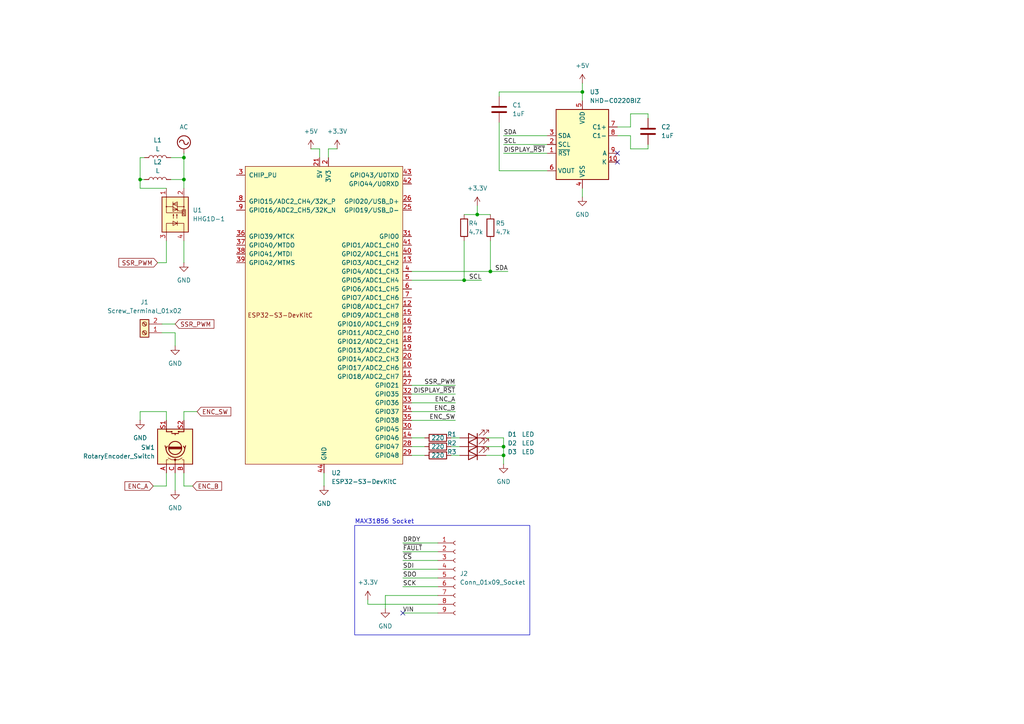
<source format=kicad_sch>
(kicad_sch (version 20250114) (generator "eeschema") (generator_version "9.0")
  (paper "A4")
  (lib_symbols
    (symbol "Connector:Conn_01x09_Socket" (pin_names (offset 1.016) (hide yes))
      (property "Reference" "J" (at 0 12.7 0))
      (property "Value" "Conn_01x09_Socket" (at 0 -12.7 0))
      (symbol "Conn_01x09_Socket_1_1"
        (polyline (pts (xy -1.27 10.16) (xy -0.508 10.16)) (stroke (width 0.1524)))
        (polyline (pts (xy -1.27 7.62) (xy -0.508 7.62)) (stroke (width 0.1524)))
        (polyline (pts (xy -1.27 5.08) (xy -0.508 5.08)) (stroke (width 0.1524)))
        (polyline (pts (xy -1.27 2.54) (xy -0.508 2.54)) (stroke (width 0.1524)))
        (polyline (pts (xy -1.27 0) (xy -0.508 0)) (stroke (width 0.1524)))
        (polyline (pts (xy -1.27 -2.54) (xy -0.508 -2.54)) (stroke (width 0.1524)))
        (polyline (pts (xy -1.27 -5.08) (xy -0.508 -5.08)) (stroke (width 0.1524)))
        (polyline (pts (xy -1.27 -7.62) (xy -0.508 -7.62)) (stroke (width 0.1524)))
        (polyline (pts (xy -1.27 -10.16) (xy -0.508 -10.16)) (stroke (width 0.1524)))
        (arc (start 0 9.652) (mid -0.5058 10.16) (end 0 10.668) (stroke (width 0.1524)))
        (arc (start 0 7.112) (mid -0.5058 7.62) (end 0 8.128) (stroke (width 0.1524)))
        (arc (start 0 4.572) (mid -0.5058 5.08) (end 0 5.588) (stroke (width 0.1524)))
        (arc (start 0 2.032) (mid -0.5058 2.54) (end 0 3.048) (stroke (width 0.1524)))
        (arc (start 0 -0.508) (mid -0.5058 0) (end 0 0.508) (stroke (width 0.1524)))
        (arc (start 0 -3.048) (mid -0.5058 -2.54) (end 0 -2.032) (stroke (width 0.1524)))
        (arc (start 0 -5.588) (mid -0.5058 -5.08) (end 0 -4.572) (stroke (width 0.1524)))
        (arc (start 0 -8.128) (mid -0.5058 -7.62) (end 0 -7.112) (stroke (width 0.1524)))
        (arc (start 0 -10.668) (mid -0.5058 -10.16) (end 0 -9.652) (stroke (width 0.1524)))
        (pin passive line (at -5.08 10.16 0) (length 3.81) (name "Pin_1") (number "1"))
        (pin passive line (at -5.08 7.62 0) (length 3.81) (name "Pin_2") (number "2"))
        (pin passive line (at -5.08 5.08 0) (length 3.81) (name "Pin_3") (number "3"))
        (pin passive line (at -5.08 2.54 0) (length 3.81) (name "Pin_4") (number "4"))
        (pin passive line (at -5.08 0 0) (length 3.81) (name "Pin_5") (number "5"))
        (pin passive line (at -5.08 -2.54 0) (length 3.81) (name "Pin_6") (number "6"))
        (pin passive line (at -5.08 -5.08 0) (length 3.81) (name "Pin_7") (number "7"))
        (pin passive line (at -5.08 -7.62 0) (length 3.81) (name "Pin_8") (number "8"))
        (pin passive line (at -5.08 -10.16 0) (length 3.81) (name "Pin_9") (number "9"))
      )
    )
    (symbol "Connector:Screw_Terminal_01x02" (pin_names (offset 1.016) (hide yes))
      (property "Reference" "J" (at 0 2.54 0))
      (property "Value" "Screw_Terminal_01x02" (at 0 -5.08 0))
      (symbol "Screw_Terminal_01x02_1_1"
        (rectangle (start -1.27 1.27) (end 1.27 -3.81) (stroke (width 0.254)) (fill (type background)))
        (polyline (pts (xy -0.5334 0.3302) (xy 0.3302 -0.508)) (stroke (width 0.1524)))
        (polyline (pts (xy -0.5334 -2.2098) (xy 0.3302 -3.048)) (stroke (width 0.1524)))
        (polyline (pts (xy -0.3556 0.508) (xy 0.508 -0.3302)) (stroke (width 0.1524)))
        (polyline (pts (xy -0.3556 -2.032) (xy 0.508 -2.8702)) (stroke (width 0.1524)))
        (circle (center 0 0) (radius 0.635) (stroke (width 0.1524)))
        (circle (center 0 -2.54) (radius 0.635) (stroke (width 0.1524)))
        (pin passive line (at -5.08 0 0) (length 3.81) (name "Pin_1") (number "1"))
        (pin passive line (at -5.08 -2.54 0) (length 3.81) (name "Pin_2") (number "2"))
      )
    )
    (symbol "Device:C" (pin_numbers (hide yes)) (pin_names (offset 0.254))
      (property "Reference" "C" (at 0.635 2.54 0))
      (property "Value" "C" (at 0.635 -2.54 0))
      (symbol "C_0_1"
        (polyline (pts (xy -2.032 0.762) (xy 2.032 0.762)) (stroke (width 0.508)))
        (polyline (pts (xy -2.032 -0.762) (xy 2.032 -0.762)) (stroke (width 0.508)))
      )
      (symbol "C_1_1"
        (pin passive line (at 0 3.81 270) (length 2.794) (name "~") (number "1"))
        (pin passive line (at 0 -3.81 90) (length 2.794) (name "~") (number "2"))
      )
    )
    (symbol "Device:L" (pin_numbers (hide yes)) (pin_names (offset 1.016) (hide yes))
      (property "Reference" "L" (at -1.27 0 90))
      (property "Value" "L" (at 1.905 0 90))
      (symbol "L_0_1"
        (arc (start 0 2.54) (mid 0.6323 1.905) (end 0 1.27))
        (arc (start 0 1.27) (mid 0.6323 0.635) (end 0 0))
        (arc (start 0 0) (mid 0.6323 -0.635) (end 0 -1.27))
        (arc (start 0 -1.27) (mid 0.6323 -1.905) (end 0 -2.54))
      )
      (symbol "L_1_1"
        (pin passive line (at 0 3.81 270) (length 1.27) (name "1") (number "1"))
        (pin passive line (at 0 -3.81 90) (length 1.27) (name "2") (number "2"))
      )
    )
    (symbol "Device:LED" (pin_numbers (hide yes)) (pin_names (offset 1.016) (hide yes))
      (property "Reference" "D" (at 0 2.54 0))
      (property "Value" "LED" (at 0 -2.54 0))
      (symbol "LED_0_1"
        (polyline (pts (xy -3.048 -0.762) (xy -4.572 -2.286) (xy -3.81 -2.286) (xy -4.572 -2.286) (xy -4.572 -1.524)))
        (polyline (pts (xy -1.778 -0.762) (xy -3.302 -2.286) (xy -2.54 -2.286) (xy -3.302 -2.286) (xy -3.302 -1.524)))
        (polyline (pts (xy -1.27 0) (xy 1.27 0)))
        (polyline (pts (xy -1.27 -1.27) (xy -1.27 1.27)) (stroke (width 0.254)))
        (polyline (pts (xy 1.27 -1.27) (xy 1.27 1.27) (xy -1.27 0) (xy 1.27 -1.27)) (stroke (width 0.254)))
      )
      (symbol "LED_1_1"
        (pin passive line (at -3.81 0 0) (length 2.54) (name "K") (number "1"))
        (pin passive line (at 3.81 0 180) (length 2.54) (name "A") (number "2"))
      )
    )
    (symbol "Device:R" (pin_numbers (hide yes)) (pin_names (offset 0))
      (property "Reference" "R" (at 2.032 0 90))
      (property "Value" "R" (at 0 0 90))
      (symbol "R_0_1"
        (rectangle (start -1.016 -2.54) (end 1.016 2.54) (stroke (width 0.254)))
      )
      (symbol "R_1_1"
        (pin passive line (at 0 3.81 270) (length 1.27) (name "~") (number "1"))
        (pin passive line (at 0 -3.81 90) (length 1.27) (name "~") (number "2"))
      )
    )
    (symbol "Device:RotaryEncoder_Switch" (pin_names (offset 0.254) (hide yes))
      (property "Reference" "SW" (at 0 6.604 0))
      (property "Value" "RotaryEncoder_Switch" (at 0 -6.604 0))
      (symbol "RotaryEncoder_Switch_0_1"
        (rectangle (start -5.08 5.08) (end 5.08 -5.08) (stroke (width 0.254)) (fill (type background)))
        (polyline (pts (xy -5.08 2.54) (xy -3.81 2.54) (xy -3.81 2.032)))
        (polyline (pts (xy -5.08 0) (xy -3.81 0) (xy -3.81 -1.016) (xy -3.302 -2.032)))
        (polyline (pts (xy -5.08 -2.54) (xy -3.81 -2.54) (xy -3.81 -2.032)))
        (polyline (pts (xy -4.318 0) (xy -3.81 0) (xy -3.81 1.016) (xy -3.302 2.032)))
        (circle (center -3.81 0) (radius 0.254) (fill (type outline)))
        (polyline (pts (xy -0.635 -1.778) (xy -0.635 1.778)) (stroke (width 0.254)))
        (circle (center -0.381 0) (radius 1.905) (stroke (width 0.254)))
        (polyline (pts (xy -0.381 -1.778) (xy -0.381 1.778)) (stroke (width 0.254)))
        (arc (start -0.381 -2.794) (mid -3.0988 -0.0635) (end -0.381 2.667) (stroke (width 0.254)))
        (polyline (pts (xy -0.127 1.778) (xy -0.127 -1.778)) (stroke (width 0.254)))
        (polyline (pts (xy 0.254 2.921) (xy -0.508 2.667) (xy 0.127 2.286)) (stroke (width 0.254)))
        (polyline (pts (xy 0.254 -3.048) (xy -0.508 -2.794) (xy 0.127 -2.413)) (stroke (width 0.254)))
        (polyline (pts (xy 3.81 1.016) (xy 3.81 -1.016)) (stroke (width 0.254)))
        (polyline (pts (xy 3.81 0) (xy 3.429 0)) (stroke (width 0.254)))
        (circle (center 4.318 1.016) (radius 0.127) (stroke (width 0.254)))
        (circle (center 4.318 -1.016) (radius 0.127) (stroke (width 0.254)))
        (polyline (pts (xy 5.08 2.54) (xy 4.318 2.54) (xy 4.318 1.016)) (stroke (width 0.254)))
        (polyline (pts (xy 5.08 -2.54) (xy 4.318 -2.54) (xy 4.318 -1.016)) (stroke (width 0.254)))
      )
      (symbol "RotaryEncoder_Switch_1_1"
        (pin passive line (at -7.62 2.54 0) (length 2.54) (name "A") (number "A"))
        (pin passive line (at -7.62 0 0) (length 2.54) (name "C") (number "C"))
        (pin passive line (at -7.62 -2.54 0) (length 2.54) (name "B") (number "B"))
        (pin passive line (at 7.62 2.54 180) (length 2.54) (name "S1") (number "S1"))
        (pin passive line (at 7.62 -2.54 180) (length 2.54) (name "S2") (number "S2"))
      )
    )
    (symbol "Display_Character:NHD-C0220BIZ"
      (property "Reference" "U" (at -6.35 11.43 0))
      (property "Value" "NHD-C0220BIZ" (at 8.89 11.43 0))
      (symbol "NHD-C0220BIZ_0_1"
        (rectangle (start -7.62 10.16) (end 7.62 -10.16) (stroke (width 0.254)) (fill (type background)))
      )
      (symbol "NHD-C0220BIZ_1_1"
        (pin bidirectional line (at -10.16 2.54 0) (length 2.54) (name "SDA") (number "3"))
        (pin input line (at -10.16 0 0) (length 2.54) (name "SCL") (number "2"))
        (pin input line (at -10.16 -2.54 0) (length 2.54) (name "~{RST}") (number "1"))
        (pin passive line (at -10.16 -7.62 0) (length 2.54) (name "VOUT") (number "6"))
        (pin power_in line (at 0 12.7 270) (length 2.54) (name "VDD") (number "5"))
        (pin power_in line (at 0 -12.7 90) (length 2.54) (name "VSS") (number "4"))
        (pin passive line (at 10.16 5.08 180) (length 2.54) (name "C1+") (number "7"))
        (pin passive line (at 10.16 2.54 180) (length 2.54) (name "C1-") (number "8"))
        (pin passive line (at 10.16 -2.54 180) (length 2.54) (name "A") (number "9"))
        (pin passive line (at 10.16 -5.08 180) (length 2.54) (name "K") (number "10"))
      )
    )
    (symbol "PCM_Espressif:ESP32-S3-DevKitC" (pin_names (offset 1.016))
      (property "Reference" "U" (at -22.86 48.26 0))
      (property "Value" "ESP32-S3-DevKitC" (at -22.86 45.72 0))
      (symbol "ESP32-S3-DevKitC_0_0"
        (text "ESP32-S3-DevKitC" (at -12.7 0 0) (effects (font (size 1.27 1.27))))
        (pin bidirectional line (at -25.4 15.24 0) (length 2.54) (name "GPIO42/MTMS") (number "39"))
        (pin power_in line (at 0 -45.72 90) (length 2.54) (name "GND") (number "44"))
        (pin bidirectional line (at 25.4 40.64 180) (length 2.54) (name "GPIO43/U0TXD") (number "43"))
        (pin bidirectional line (at 25.4 38.1 180) (length 2.54) (name "GPIO44/U0RXD") (number "42"))
        (pin bidirectional line (at 25.4 20.32 180) (length 2.54) (name "GPIO1/ADC1_CH0") (number "41"))
        (pin bidirectional line (at 25.4 17.78 180) (length 2.54) (name "GPIO2/ADC1_CH1") (number "40"))
        (pin bidirectional line (at 25.4 -10.16 180) (length 2.54) (name "GPIO13/ADC2_CH2") (number "19"))
        (pin bidirectional line (at 25.4 -35.56 180) (length 2.54) (name "GPIO46") (number "14"))
      )
      (symbol "ESP32-S3-DevKitC_0_1"
        (rectangle (start -22.86 43.18) (end 22.86 -43.18) (fill (type background)))
        (pin power_in line (at 1.27 45.72 270) (length 2.54) (name "3V3") (number "2"))
      )
      (symbol "ESP32-S3-DevKitC_1_1"
        (pin input line (at -25.4 40.64 0) (length 2.54) (name "CHIP_PU") (number "3"))
        (pin bidirectional line (at -25.4 33.02 0) (length 2.54) (name "GPIO15/ADC2_CH4/32K_P") (number "8"))
        (pin bidirectional line (at -25.4 30.48 0) (length 2.54) (name "GPIO16/ADC2_CH5/32K_N") (number "9"))
        (pin bidirectional line (at -25.4 22.86 0) (length 2.54) (name "GPIO39/MTCK") (number "36"))
        (pin bidirectional line (at -25.4 20.32 0) (length 2.54) (name "GPIO40/MTDO") (number "37"))
        (pin bidirectional line (at -25.4 17.78 0) (length 2.54) (name "GPIO41/MTDI") (number "38"))
        (pin power_in line (at -1.27 45.72 270) (length 2.54) (name "5V") (number "21"))
        (pin passive line (at 0 -45.72 90) (length 2.54) (hide yes) (name "GND") (number "22"))
        (pin passive line (at 0 -45.72 90) (length 2.54) (hide yes) (name "GND") (number "23"))
        (pin passive line (at 0 -45.72 90) (length 2.54) (hide yes) (name "GND") (number "24"))
        (pin passive line (at 1.27 45.72 270) (length 2.54) (hide yes) (name "3V3") (number "1"))
        (pin bidirectional line (at 25.4 33.02 180) (length 2.54) (name "GPIO20/USB_D+") (number "26"))
        (pin bidirectional line (at 25.4 30.48 180) (length 2.54) (name "GPIO19/USB_D-") (number "25"))
        (pin bidirectional line (at 25.4 22.86 180) (length 2.54) (name "GPIO0") (number "31"))
        (pin bidirectional line (at 25.4 15.24 180) (length 2.54) (name "GPIO3/ADC1_CH2") (number "13"))
        (pin bidirectional line (at 25.4 12.7 180) (length 2.54) (name "GPIO4/ADC1_CH3") (number "4"))
        (pin bidirectional line (at 25.4 10.16 180) (length 2.54) (name "GPIO5/ADC1_CH4") (number "5"))
        (pin bidirectional line (at 25.4 7.62 180) (length 2.54) (name "GPIO6/ADC1_CH5") (number "6"))
        (pin bidirectional line (at 25.4 5.08 180) (length 2.54) (name "GPIO7/ADC1_CH6") (number "7"))
        (pin bidirectional line (at 25.4 2.54 180) (length 2.54) (name "GPIO8/ADC1_CH7") (number "12"))
        (pin bidirectional line (at 25.4 0 180) (length 2.54) (name "GPIO9/ADC1_CH8") (number "15"))
        (pin bidirectional line (at 25.4 -2.54 180) (length 2.54) (name "GPIO10/ADC1_CH9") (number "16"))
        (pin bidirectional line (at 25.4 -5.08 180) (length 2.54) (name "GPIO11/ADC2_CH0") (number "17"))
        (pin bidirectional line (at 25.4 -7.62 180) (length 2.54) (name "GPIO12/ADC2_CH1") (number "18"))
        (pin bidirectional line (at 25.4 -12.7 180) (length 2.54) (name "GPIO14/ADC2_CH3") (number "20"))
        (pin bidirectional line (at 25.4 -15.24 180) (length 2.54) (name "GPIO17/ADC2_CH6") (number "10"))
        (pin bidirectional line (at 25.4 -17.78 180) (length 2.54) (name "GPIO18/ADC2_CH7") (number "11"))
        (pin bidirectional line (at 25.4 -20.32 180) (length 2.54) (name "GPIO21") (number "27"))
        (pin bidirectional line (at 25.4 -22.86 180) (length 2.54) (name "GPIO35") (number "32"))
        (pin bidirectional line (at 25.4 -25.4 180) (length 2.54) (name "GPIO36") (number "33"))
        (pin bidirectional line (at 25.4 -27.94 180) (length 2.54) (name "GPIO37") (number "34"))
        (pin bidirectional line (at 25.4 -30.48 180) (length 2.54) (name "GPIO38") (number "35"))
        (pin bidirectional line (at 25.4 -33.02 180) (length 2.54) (name "GPIO45") (number "30"))
        (pin bidirectional line (at 25.4 -38.1 180) (length 2.54) (name "GPIO47") (number "28"))
        (pin bidirectional line (at 25.4 -40.64 180) (length 2.54) (name "GPIO48") (number "29"))
      )
    )
    (symbol "Relay_SolidState:HHG1D-1"
      (property "Reference" "U" (at -5.08 5.08 0))
      (property "Value" "HHG1D-1" (at 0 5.08 0))
      (symbol "HHG1D-1_0_0"
        (rectangle (start -0.381 -2.032) (end 1.397 -3.048))
        (polyline (pts (xy 1.524 -0.635) (xy 1.016 -1.016) (xy 1.016 -2.032)))
        (polyline (pts (xy 2.286 -2.54) (xy 1.397 -2.54)))
        (text "ZCD" (at 0.508 -2.54 0) (effects (font (size 0.508 0.508))))
      )
      (symbol "HHG1D-1_0_1"
        (rectangle (start -5.08 3.81) (end 5.08 -3.81) (stroke (width 0.254)) (fill (type background)))
        (polyline (pts (xy -5.08 2.54) (xy -2.54 2.54) (xy -2.54 -2.54) (xy -5.08 -2.54)))
        (polyline (pts (xy -3.175 -0.635) (xy -1.905 -0.635)))
        (polyline (pts (xy -2.54 -0.635) (xy -3.175 0.635) (xy -1.905 0.635) (xy -2.54 -0.635)))
        (polyline (pts (xy -1.143 0.508) (xy 0.127 0.508) (xy -0.254 0.381) (xy -0.254 0.635) (xy 0.127 0.508)))
        (polyline (pts (xy -1.143 -0.508) (xy 0.127 -0.508) (xy -0.254 -0.635) (xy -0.254 -0.381) (xy 0.127 -0.508)))
        (polyline (pts (xy 0.889 -0.635) (xy 3.683 -0.635) (xy 3.048 0.635) (xy 2.413 -0.635)))
        (polyline (pts (xy 1.524 -0.635) (xy 1.524 0.635)))
        (polyline (pts (xy 2.286 2.54) (xy 0.508 2.54) (xy 0.508 -2.032)))
        (circle (center 2.286 2.54) (radius 0.127))
        (polyline (pts (xy 2.286 0.635) (xy 2.286 2.54) (xy 5.08 2.54)))
        (polyline (pts (xy 2.286 -0.635) (xy 2.286 -2.54) (xy 5.08 -2.54)))
        (circle (center 2.286 -2.54) (radius 0.127))
        (polyline (pts (xy 3.048 0.635) (xy 3.048 -0.635)))
        (polyline (pts (xy 3.683 0.635) (xy 0.889 0.635) (xy 1.524 -0.635) (xy 2.159 0.635)))
      )
      (symbol "HHG1D-1_1_1"
        (pin passive line (at -7.62 2.54 0) (length 2.54) (name "~") (number "3"))
        (pin passive line (at -7.62 -2.54 0) (length 2.54) (name "~") (number "4"))
        (pin passive line (at 7.62 2.54 180) (length 2.54) (name "~") (number "1"))
        (pin passive line (at 7.62 -2.54 180) (length 2.54) (name "~") (number "2"))
      )
    )
    (symbol "power:+3.3V" (power) (pin_numbers (hide yes)) (pin_names (offset 0) (hide yes))
      (property "Value" "+3.3V" (at 0 3.556 0))
      (symbol "+3.3V_0_1"
        (polyline (pts (xy -0.762 1.27) (xy 0 2.54)))
        (polyline (pts (xy 0 2.54) (xy 0.762 1.27)))
        (polyline (pts (xy 0 0) (xy 0 2.54)))
      )
      (symbol "+3.3V_1_1"
        (pin power_in line (at 0 0 90) (length 0) (name "~") (number "1"))
      )
    )
    (symbol "power:+5V" (power) (pin_numbers (hide yes)) (pin_names (offset 0) (hide yes))
      (property "Value" "+5V" (at 0 3.556 0))
      (symbol "+5V_0_1"
        (polyline (pts (xy -0.762 1.27) (xy 0 2.54)))
        (polyline (pts (xy 0 2.54) (xy 0.762 1.27)))
        (polyline (pts (xy 0 0) (xy 0 2.54)))
      )
      (symbol "+5V_1_1"
        (pin power_in line (at 0 0 90) (length 0) (name "~") (number "1"))
      )
    )
    (symbol "power:AC" (power) (pin_numbers (hide yes)) (pin_names (offset 0) (hide yes))
      (property "Value" "AC" (at 0 6.35 0))
      (symbol "AC_0_1"
        (arc (start -1.27 3.175) (mid -0.635 3.8073) (end 0 3.175) (stroke (width 0.254)))
        (circle (center 0 3.175) (radius 1.905) (stroke (width 0.254)))
        (polyline (pts (xy 0 0) (xy 0 1.27)))
        (arc (start 1.27 3.175) (mid 0.635 2.5427) (end 0 3.175) (stroke (width 0.254)))
      )
      (symbol "AC_1_1"
        (pin power_in line (at 0 0 90) (length 0) (name "~") (number "1"))
      )
    )
    (symbol "power:GND" (power) (pin_numbers (hide yes)) (pin_names (offset 0) (hide yes))
      (property "Value" "GND" (at 0 -3.81 0))
      (symbol "GND_0_1"
        (polyline (pts (xy 0 0) (xy 0 -1.27) (xy 1.27 -1.27) (xy 0 -2.54) (xy -1.27 -1.27) (xy 0 -1.27)))
      )
      (symbol "GND_1_1"
        (pin power_in line (at 0 0 270) (length 0) (name "~") (number "1"))
      )
    )
  )
  (rectangle (start 102.87 152.4) (end 153.67 184.15))
  (text "MAX31856 Socket" (at 111.506 151.384 0) (effects (font (size 1.27 1.27))))
  (junction (at 138.43 62.23))
  (junction (at 53.34 45.72))
  (junction (at 142.24 78.74))
  (junction (at 146.05 132.08))
  (junction (at 40.64 52.07))
  (junction (at 134.62 81.28))
  (junction (at 53.34 52.07))
  (junction (at 168.91 26.67))
  (junction (at 146.05 129.54))
  (no_connect (at 116.84 177.8))
  (no_connect (at 179.07 44.45))
  (no_connect (at 179.07 46.99))
  (wire (pts (xy 134.62 62.23) (xy 138.43 62.23)))
  (wire (pts (xy 48.26 140.97) (xy 44.45 140.97)))
  (wire (pts (xy 119.38 129.54) (xy 123.19 129.54)))
  (wire (pts (xy 187.96 43.18) (xy 187.96 41.91)))
  (wire (pts (xy 130.81 127) (xy 133.35 127)))
  (wire (pts (xy 182.88 43.18) (xy 187.96 43.18)))
  (wire (pts (xy 134.62 81.28) (xy 139.7 81.28)))
  (wire (pts (xy 111.76 172.72) (xy 111.76 176.53)))
  (wire (pts (xy 187.96 33.02) (xy 187.96 34.29)))
  (wire (pts (xy 46.99 96.52) (xy 50.8 96.52)))
  (wire (pts (xy 40.64 52.07) (xy 40.64 45.72)))
  (wire (pts (xy 130.81 132.08) (xy 133.35 132.08)))
  (wire (pts (xy 93.98 137.16) (xy 93.98 140.97)))
  (wire (pts (xy 168.91 24.13) (xy 168.91 26.67)))
  (wire (pts (xy 116.84 160.02) (xy 127 160.02)))
  (wire (pts (xy 95.25 43.18) (xy 97.79 43.18)))
  (wire (pts (xy 49.53 45.72) (xy 53.34 45.72)))
  (wire (pts (xy 106.68 175.26) (xy 106.68 173.99)))
  (wire (pts (xy 53.34 119.38) (xy 57.15 119.38)))
  (wire (pts (xy 40.64 119.38) (xy 48.26 119.38)))
  (wire (pts (xy 48.26 119.38) (xy 48.26 121.92)))
  (wire (pts (xy 179.07 36.83) (xy 182.88 36.83)))
  (wire (pts (xy 119.38 121.92) (xy 132.08 121.92)))
  (wire (pts (xy 92.71 43.18) (xy 90.17 43.18)))
  (wire (pts (xy 50.8 137.16) (xy 50.8 142.24)))
  (wire (pts (xy 116.84 157.48) (xy 127 157.48)))
  (wire (pts (xy 168.91 54.61) (xy 168.91 57.15)))
  (wire (pts (xy 119.38 78.74) (xy 142.24 78.74)))
  (wire (pts (xy 53.34 140.97) (xy 55.88 140.97)))
  (wire (pts (xy 119.38 81.28) (xy 134.62 81.28)))
  (wire (pts (xy 40.64 52.07) (xy 41.91 52.07)))
  (wire (pts (xy 92.71 45.72) (xy 92.71 43.18)))
  (wire (pts (xy 116.84 167.64) (xy 127 167.64)))
  (wire (pts (xy 50.8 96.52) (xy 50.8 100.33)))
  (wire (pts (xy 144.78 35.56) (xy 144.78 49.53)))
  (wire (pts (xy 48.26 137.16) (xy 48.26 140.97)))
  (wire (pts (xy 142.24 78.74) (xy 147.32 78.74)))
  (wire (pts (xy 53.34 121.92) (xy 53.34 119.38)))
  (wire (pts (xy 116.84 165.1) (xy 127 165.1)))
  (wire (pts (xy 179.07 39.37) (xy 182.88 39.37)))
  (wire (pts (xy 144.78 49.53) (xy 158.75 49.53)))
  (wire (pts (xy 138.43 62.23) (xy 142.24 62.23)))
  (wire (pts (xy 182.88 39.37) (xy 182.88 43.18)))
  (wire (pts (xy 53.34 44.45) (xy 53.34 45.72)))
  (wire (pts (xy 142.24 69.85) (xy 142.24 78.74)))
  (wire (pts (xy 146.05 44.45) (xy 158.75 44.45)))
  (wire (pts (xy 182.88 33.02) (xy 187.96 33.02)))
  (wire (pts (xy 146.05 41.91) (xy 158.75 41.91)))
  (wire (pts (xy 182.88 36.83) (xy 182.88 33.02)))
  (wire (pts (xy 40.64 54.61) (xy 48.26 54.61)))
  (wire (pts (xy 40.64 45.72) (xy 41.91 45.72)))
  (wire (pts (xy 134.62 69.85) (xy 134.62 81.28)))
  (wire (pts (xy 45.72 76.2) (xy 48.26 76.2)))
  (wire (pts (xy 119.38 119.38) (xy 132.08 119.38)))
  (wire (pts (xy 144.78 26.67) (xy 144.78 27.94)))
  (wire (pts (xy 53.34 69.85) (xy 53.34 76.2)))
  (wire (pts (xy 53.34 137.16) (xy 53.34 140.97)))
  (wire (pts (xy 146.05 129.54) (xy 140.97 129.54)))
  (wire (pts (xy 40.64 121.92) (xy 40.64 119.38)))
  (wire (pts (xy 116.84 177.8) (xy 127 177.8)))
  (wire (pts (xy 138.43 62.23) (xy 138.43 59.69)))
  (wire (pts (xy 119.38 114.3) (xy 132.08 114.3)))
  (wire (pts (xy 146.05 132.08) (xy 146.05 134.62)))
  (wire (pts (xy 53.34 52.07) (xy 53.34 54.61)))
  (wire (pts (xy 111.76 172.72) (xy 127 172.72)))
  (wire (pts (xy 48.26 76.2) (xy 48.26 69.85)))
  (wire (pts (xy 116.84 170.18) (xy 127 170.18)))
  (wire (pts (xy 49.53 52.07) (xy 53.34 52.07)))
  (wire (pts (xy 130.81 129.54) (xy 133.35 129.54)))
  (wire (pts (xy 119.38 132.08) (xy 123.19 132.08)))
  (wire (pts (xy 146.05 39.37) (xy 158.75 39.37)))
  (wire (pts (xy 146.05 127) (xy 140.97 127)))
  (wire (pts (xy 146.05 129.54) (xy 146.05 132.08)))
  (wire (pts (xy 146.05 129.54) (xy 146.05 127)))
  (wire (pts (xy 119.38 127) (xy 123.19 127)))
  (wire (pts (xy 40.64 54.61) (xy 40.64 52.07)))
  (wire (pts (xy 119.38 116.84) (xy 132.08 116.84)))
  (wire (pts (xy 46.99 93.98) (xy 50.8 93.98)))
  (wire (pts (xy 144.78 26.67) (xy 168.91 26.67)))
  (wire (pts (xy 168.91 26.67) (xy 168.91 29.21)))
  (wire (pts (xy 53.34 45.72) (xy 53.34 52.07)))
  (wire (pts (xy 146.05 132.08) (xy 140.97 132.08)))
  (wire (pts (xy 119.38 111.76) (xy 132.08 111.76)))
  (wire (pts (xy 95.25 45.72) (xy 95.25 43.18)))
  (wire (pts (xy 116.84 162.56) (xy 127 162.56)))
  (wire (pts (xy 106.68 175.26) (xy 127 175.26)))
  (label "~{CS}" (at 116.84 162.56 0))
  (label "SCL" (at 146.05 41.91 0))
  (label "ENC_B" (at 132.08 119.38 180))
  (label "ENC_A" (at 132.08 116.84 180))
  (label "SCK" (at 116.84 170.18 0))
  (label "DISPLAY_~{RST}" (at 132.08 114.3 180))
  (label "DRDY" (at 116.84 157.48 0))
  (label "SDO" (at 116.84 167.64 0))
  (label "SDI" (at 116.84 165.1 0))
  (label "DISPLAY_~{RST}" (at 146.05 44.45 0))
  (label "SCL" (at 139.7 81.28 180))
  (label "SDA" (at 146.05 39.37 0))
  (label "SSR_PWM" (at 132.08 111.76 180))
  (label "ENC_SW" (at 132.08 121.92 180))
  (label "VIN" (at 116.84 177.8 0))
  (label "SDA" (at 147.32 78.74 180))
  (label "~{FAULT}" (at 116.84 160.02 0))
  (global_label "ENC_SW" (shape input) (at 57.15 119.38 0) (property "Intersheetrefs" "${INTERSHEET_REFS}" (effects (hide yes))))
  (global_label "ENC_A" (shape input) (at 44.45 140.97 180) (property "Intersheetrefs" "${INTERSHEET_REFS}" (effects (hide yes))))
  (global_label "SSR_PWM" (shape input) (at 50.8 93.98 0) (property "Intersheetrefs" "${INTERSHEET_REFS}" (effects (hide yes))))
  (global_label "ENC_B" (shape input) (at 55.88 140.97 0) (property "Intersheetrefs" "${INTERSHEET_REFS}" (effects (hide yes))))
  (global_label "SSR_PWM" (shape input) (at 45.72 76.2 180) (property "Intersheetrefs" "${INTERSHEET_REFS}" (effects (hide yes))))
  (symbol (lib_id "Device:RotaryEncoder_Switch") (at 50.8 129.54 90) (unit 1)
    (property "Reference" "SW1" (at 44.958 129.794 90) (effects (justify left)))
    (property "Value" "RotaryEncoder_Switch" (at 44.958 132.334 90) (effects (justify left)))
    (property "Footprint" "!footprints:PEC164120FS0012" (effects (hide yes)))
    (property "Description" "Rotary encoder, dual channel, incremental quadrate outputs, with switch" (effects (hide yes)))
  )
  (symbol (lib_id "power:GND") (at 146.05 134.62 0) (unit 1)
    (property "Reference" "#PWR012" (effects (hide yes)))
    (property "Value" "GND" (at 146.05 139.7 0))
    (property "Description" "Power symbol creates a global label with name \"GND\" , ground" (effects (hide yes)))
  )
  (symbol (lib_id "Device:R") (at 127 127 90) (unit 1)
    (property "Reference" "R1" (at 131.064 125.984 90))
    (property "Value" "220" (at 127 127 90))
    (property "Footprint" "Resistor_SMD:R_0805_2012Metric_Pad1.20x1.40mm_HandSolder" (effects (hide yes)))
    (property "Description" "Resistor" (effects (hide yes)))
  )
  (symbol (lib_id "Connector:Screw_Terminal_01x02") (at 41.91 96.52 180) (unit 1)
    (property "Reference" "J1" (at 41.91 87.63 0))
    (property "Value" "Screw_Terminal_01x02" (at 41.91 90.17 0))
    (property "Footprint" "phoenix_footprints:TE_282837-2" (effects (hide yes)))
    (property "Description" "Generic screw terminal, single row, 01x02, script generated (kicad-library-utils/schlib/autogen/connector/)" (effects (hide yes)))
  )
  (symbol (lib_id "Device:C") (at 187.96 38.1 0) (unit 1)
    (property "Reference" "C2" (at 191.77 36.8299 0) (effects (justify left)))
    (property "Value" "1uF" (at 191.77 39.3699 0) (effects (justify left)))
    (property "Footprint" "Capacitor_SMD:C_0805_2012Metric" (effects (hide yes)))
    (property "Description" "Unpolarized capacitor" (effects (hide yes)))
  )
  (symbol (lib_id "Device:L") (at 45.72 52.07 90) (unit 1) (on_board no)
    (property "Reference" "L2" (at 45.72 46.99 90))
    (property "Value" "L" (at 45.72 49.53 90))
    (property "Description" "Inductor" (effects (hide yes)))
  )
  (symbol (lib_id "Device:C") (at 144.78 31.75 0) (unit 1)
    (property "Reference" "C1" (at 148.59 30.4799 0) (effects (justify left)))
    (property "Value" "1uF" (at 148.59 33.0199 0) (effects (justify left)))
    (property "Footprint" "Capacitor_SMD:C_0805_2012Metric" (effects (hide yes)))
    (property "Description" "Unpolarized capacitor" (effects (hide yes)))
  )
  (symbol (lib_id "Relay_SolidState:HHG1D-1") (at 50.8 62.23 90) (unit 1) (on_board no)
    (property "Reference" "U1" (at 55.88 60.9599 90) (effects (justify right)))
    (property "Value" "HHG1D-1" (at 55.88 63.4999 90) (effects (justify right)))
    (property "Datasheet" "https://ncr.hk/uploads/Relays/Solid_State_Relays/HHG1D-1.pdf" (effects (hide yes)))
    (property "Description" "NCR zero cross solid state relay 1A, 2A, 3A, 4A" (effects (hide yes)))
  )
  (symbol (lib_id "power:GND") (at 168.91 57.15 0) (unit 1)
    (property "Reference" "#PWR014" (effects (hide yes)))
    (property "Value" "GND" (at 168.91 62.23 0))
    (property "Description" "Power symbol creates a global label with name \"GND\" , ground" (effects (hide yes)))
  )
  (symbol (lib_id "power:+3.3V") (at 106.68 173.99 0) (unit 1)
    (property "Reference" "#PWR09" (effects (hide yes)))
    (property "Value" "+3.3V" (at 106.68 168.91 0))
    (property "Description" "Power symbol creates a global label with name \"+3.3V\"" (effects (hide yes)))
  )
  (symbol (lib_id "power:GND") (at 40.64 121.92 0) (unit 1)
    (property "Reference" "#PWR01" (effects (hide yes)))
    (property "Value" "GND" (at 40.64 127 0))
    (property "Description" "Power symbol creates a global label with name \"GND\" , ground" (effects (hide yes)))
  )
  (symbol (lib_id "power:+5V") (at 90.17 43.18 0) (unit 1)
    (property "Reference" "#PWR06" (effects (hide yes)))
    (property "Value" "+5V" (at 90.17 38.1 0))
    (property "Description" "Power symbol creates a global label with name \"+5V\"" (effects (hide yes)))
  )
  (symbol (lib_id "Device:LED") (at 137.16 127 180) (unit 1)
    (property "Reference" "D1" (at 148.59 125.984 0))
    (property "Value" "LED" (at 153.162 125.984 0))
    (property "Footprint" "Diode_SMD:D_0805_2012Metric_Pad1.15x1.40mm_HandSolder" (effects (hide yes)))
    (property "Description" "Light emitting diode" (effects (hide yes)))
    (property "Sim.Pins" "1=K 2=A" (effects (hide yes)))
  )
  (symbol (lib_id "Device:L") (at 45.72 45.72 90) (unit 1) (on_board no)
    (property "Reference" "L1" (at 45.72 40.64 90))
    (property "Value" "L" (at 45.72 43.18 90))
    (property "Description" "Inductor" (effects (hide yes)))
  )
  (symbol (lib_id "power:AC") (at 53.34 44.45 0) (unit 1)
    (property "Reference" "#PWR04" (effects (hide yes)))
    (property "Value" "AC" (at 53.34 36.83 0))
    (property "Description" "Power symbol creates a global label with name \"AC\"" (effects (hide yes)))
  )
  (symbol (lib_id "Device:LED") (at 137.16 129.54 180) (unit 1)
    (property "Reference" "D2" (at 148.59 128.524 0))
    (property "Value" "LED" (at 153.162 128.524 0))
    (property "Footprint" "Diode_SMD:D_0805_2012Metric_Pad1.15x1.40mm_HandSolder" (effects (hide yes)))
    (property "Description" "Light emitting diode" (effects (hide yes)))
    (property "Sim.Pins" "1=K 2=A" (effects (hide yes)))
  )
  (symbol (lib_id "power:GND") (at 53.34 76.2 0) (unit 1)
    (property "Reference" "#PWR05" (effects (hide yes)))
    (property "Value" "GND" (at 53.34 81.28 0))
    (property "Description" "Power symbol creates a global label with name \"GND\" , ground" (effects (hide yes)))
  )
  (symbol (lib_id "Device:R") (at 142.24 66.04 0) (unit 1)
    (property "Reference" "R5" (at 143.764 64.77 0) (effects (justify left)))
    (property "Value" "4.7k" (at 143.764 67.31 0) (effects (justify left)))
    (property "Footprint" "Resistor_SMD:R_0805_2012Metric_Pad1.20x1.40mm_HandSolder" (effects (hide yes)))
    (property "Description" "Resistor" (effects (hide yes)))
  )
  (symbol (lib_id "Device:LED") (at 137.16 132.08 180) (unit 1)
    (property "Reference" "D3" (at 148.59 131.064 0))
    (property "Value" "LED" (at 153.162 131.064 0))
    (property "Footprint" "Diode_SMD:D_0805_2012Metric_Pad1.15x1.40mm_HandSolder" (effects (hide yes)))
    (property "Description" "Light emitting diode" (effects (hide yes)))
    (property "Sim.Pins" "1=K 2=A" (effects (hide yes)))
  )
  (symbol (lib_id "Device:R") (at 127 129.54 90) (unit 1)
    (property "Reference" "R2" (at 131.064 128.524 90))
    (property "Value" "220" (at 127 129.54 90))
    (property "Footprint" "Resistor_SMD:R_0805_2012Metric_Pad1.20x1.40mm_HandSolder" (effects (hide yes)))
    (property "Description" "Resistor" (effects (hide yes)))
  )
  (symbol (lib_id "PCM_Espressif:ESP32-S3-DevKitC") (at 93.98 91.44 0) (unit 1)
    (property "Reference" "U2" (at 96.1233 137.16 0) (effects (justify left)))
    (property "Value" "ESP32-S3-DevKitC" (at 96.1233 139.7 0) (effects (justify left)))
    (property "Footprint" "PCM_Espressif:ESP32-S3-DevKitC" (effects (hide yes)))
    (property "Description" "ESP32-S3-DevKitC" (effects (hide yes)))
  )
  (symbol (lib_id "Connector:Conn_01x09_Socket") (at 132.08 167.64 0) (unit 1)
    (property "Reference" "J2" (at 133.35 166.3699 0) (effects (justify left)))
    (property "Value" "Conn_01x09_Socket" (at 133.35 168.9099 0) (effects (justify left)))
    (property "Footprint" "!footprints:MAX31856_HEADER" (effects (hide yes)))
    (property "Description" "Generic connector, single row, 01x09, script generated" (effects (hide yes)))
  )
  (symbol (lib_id "power:GND") (at 93.98 140.97 0) (unit 1)
    (property "Reference" "#PWR07" (effects (hide yes)))
    (property "Value" "GND" (at 93.98 146.05 0))
    (property "Description" "Power symbol creates a global label with name \"GND\" , ground" (effects (hide yes)))
  )
  (symbol (lib_id "power:GND") (at 50.8 100.33 0) (unit 1)
    (property "Reference" "#PWR02" (effects (hide yes)))
    (property "Value" "GND" (at 50.8 105.41 0))
    (property "Description" "Power symbol creates a global label with name \"GND\" , ground" (effects (hide yes)))
  )
  (symbol (lib_id "power:GND") (at 111.76 176.53 0) (unit 1)
    (property "Reference" "#PWR010" (effects (hide yes)))
    (property "Value" "GND" (at 111.76 181.61 0))
    (property "Description" "Power symbol creates a global label with name \"GND\" , ground" (effects (hide yes)))
  )
  (symbol (lib_id "power:GND") (at 50.8 142.24 0) (unit 1)
    (property "Reference" "#PWR03" (effects (hide yes)))
    (property "Value" "GND" (at 50.8 147.32 0))
    (property "Description" "Power symbol creates a global label with name \"GND\" , ground" (effects (hide yes)))
  )
  (symbol (lib_id "power:+5V") (at 168.91 24.13 0) (unit 1)
    (property "Reference" "#PWR013" (effects (hide yes)))
    (property "Value" "+5V" (at 168.91 19.05 0))
    (property "Description" "Power symbol creates a global label with name \"+5V\"" (effects (hide yes)))
  )
  (symbol (lib_id "Device:R") (at 127 132.08 90) (unit 1)
    (property "Reference" "R3" (at 131.064 131.064 90))
    (property "Value" "220" (at 127 132.08 90))
    (property "Footprint" "Resistor_SMD:R_0805_2012Metric_Pad1.20x1.40mm_HandSolder" (effects (hide yes)))
    (property "Description" "Resistor" (effects (hide yes)))
  )
  (symbol (lib_id "power:+3.3V") (at 97.79 43.18 0) (unit 1)
    (property "Reference" "#PWR08" (effects (hide yes)))
    (property "Value" "+3.3V" (at 97.79 38.1 0))
    (property "Description" "Power symbol creates a global label with name \"+3.3V\"" (effects (hide yes)))
  )
  (symbol (lib_id "power:+3.3V") (at 138.43 59.69 0) (unit 1)
    (property "Reference" "#PWR011" (effects (hide yes)))
    (property "Value" "+3.3V" (at 138.43 54.61 0))
    (property "Description" "Power symbol creates a global label with name \"+3.3V\"" (effects (hide yes)))
  )
  (symbol (lib_id "Device:R") (at 134.62 66.04 0) (unit 1)
    (property "Reference" "R4" (at 135.89 64.77 0) (effects (justify left)))
    (property "Value" "4.7k" (at 135.89 67.31 0) (effects (justify left)))
    (property "Footprint" "Resistor_SMD:R_0805_2012Metric_Pad1.20x1.40mm_HandSolder" (effects (hide yes)))
    (property "Description" "Resistor" (effects (hide yes)))
  )
  (symbol (lib_id "Display_Character:NHD-C0220BIZ") (at 168.91 41.91 0) (unit 1)
    (property "Reference" "U3" (at 171.0533 26.67 0) (effects (justify left)))
    (property "Value" "NHD-C0220BIZ" (at 171.0533 29.21 0) (effects (justify left)))
    (property "Footprint" "Display:NHD-C0220BiZ" (effects (hide yes)))
    (property "Datasheet" "http://www.newhavendisplay.com/specs/NHD-C0220BiZ-FSW-FBW-3V3M.pdf" (effects (hide yes)))
    (property "Description" "LCD 20x2 Alphanumeric 10pin Blue/White/Green Backlight, i2c, 3.3V VDD" (effects (hide yes)))
  )
)
</source>
